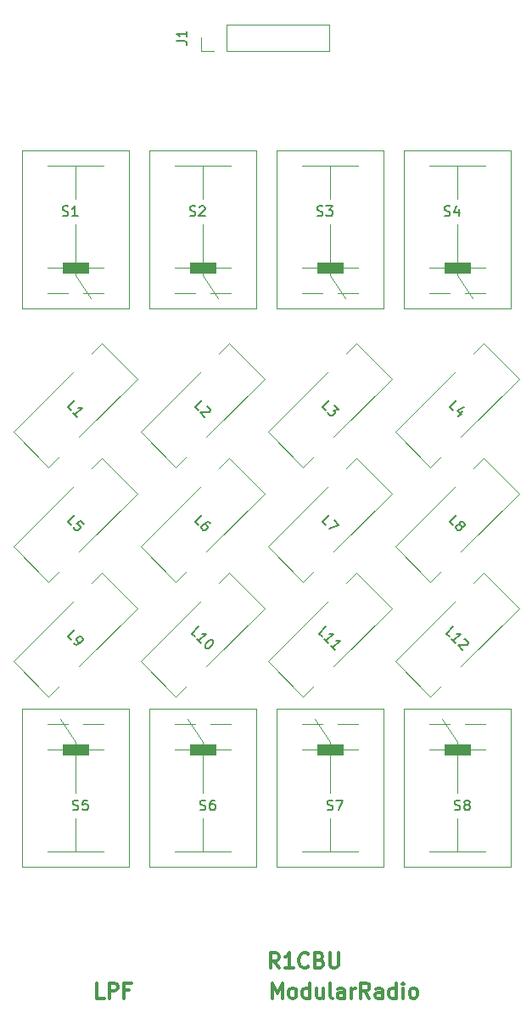
<source format=gbr>
%TF.GenerationSoftware,KiCad,Pcbnew,5.1.9-5.1.9*%
%TF.CreationDate,2021-05-17T13:06:36+03:00*%
%TF.ProjectId,lpf,6c70662e-6b69-4636-9164-5f7063625858,rev?*%
%TF.SameCoordinates,Original*%
%TF.FileFunction,Legend,Top*%
%TF.FilePolarity,Positive*%
%FSLAX46Y46*%
G04 Gerber Fmt 4.6, Leading zero omitted, Abs format (unit mm)*
G04 Created by KiCad (PCBNEW 5.1.9-5.1.9) date 2021-05-17 13:06:36*
%MOMM*%
%LPD*%
G01*
G04 APERTURE LIST*
%ADD10C,0.300000*%
%ADD11C,0.120000*%
%ADD12C,0.100000*%
%ADD13C,0.150000*%
G04 APERTURE END LIST*
D10*
X139785714Y-151678571D02*
X139785714Y-150178571D01*
X140285714Y-151250000D01*
X140785714Y-150178571D01*
X140785714Y-151678571D01*
X141714285Y-151678571D02*
X141571428Y-151607142D01*
X141500000Y-151535714D01*
X141428571Y-151392857D01*
X141428571Y-150964285D01*
X141500000Y-150821428D01*
X141571428Y-150750000D01*
X141714285Y-150678571D01*
X141928571Y-150678571D01*
X142071428Y-150750000D01*
X142142857Y-150821428D01*
X142214285Y-150964285D01*
X142214285Y-151392857D01*
X142142857Y-151535714D01*
X142071428Y-151607142D01*
X141928571Y-151678571D01*
X141714285Y-151678571D01*
X143500000Y-151678571D02*
X143500000Y-150178571D01*
X143500000Y-151607142D02*
X143357142Y-151678571D01*
X143071428Y-151678571D01*
X142928571Y-151607142D01*
X142857142Y-151535714D01*
X142785714Y-151392857D01*
X142785714Y-150964285D01*
X142857142Y-150821428D01*
X142928571Y-150750000D01*
X143071428Y-150678571D01*
X143357142Y-150678571D01*
X143500000Y-150750000D01*
X144857142Y-150678571D02*
X144857142Y-151678571D01*
X144214285Y-150678571D02*
X144214285Y-151464285D01*
X144285714Y-151607142D01*
X144428571Y-151678571D01*
X144642857Y-151678571D01*
X144785714Y-151607142D01*
X144857142Y-151535714D01*
X145785714Y-151678571D02*
X145642857Y-151607142D01*
X145571428Y-151464285D01*
X145571428Y-150178571D01*
X147000000Y-151678571D02*
X147000000Y-150892857D01*
X146928571Y-150750000D01*
X146785714Y-150678571D01*
X146500000Y-150678571D01*
X146357142Y-150750000D01*
X147000000Y-151607142D02*
X146857142Y-151678571D01*
X146500000Y-151678571D01*
X146357142Y-151607142D01*
X146285714Y-151464285D01*
X146285714Y-151321428D01*
X146357142Y-151178571D01*
X146500000Y-151107142D01*
X146857142Y-151107142D01*
X147000000Y-151035714D01*
X147714285Y-151678571D02*
X147714285Y-150678571D01*
X147714285Y-150964285D02*
X147785714Y-150821428D01*
X147857142Y-150750000D01*
X148000000Y-150678571D01*
X148142857Y-150678571D01*
X149500000Y-151678571D02*
X149000000Y-150964285D01*
X148642857Y-151678571D02*
X148642857Y-150178571D01*
X149214285Y-150178571D01*
X149357142Y-150250000D01*
X149428571Y-150321428D01*
X149500000Y-150464285D01*
X149500000Y-150678571D01*
X149428571Y-150821428D01*
X149357142Y-150892857D01*
X149214285Y-150964285D01*
X148642857Y-150964285D01*
X150785714Y-151678571D02*
X150785714Y-150892857D01*
X150714285Y-150750000D01*
X150571428Y-150678571D01*
X150285714Y-150678571D01*
X150142857Y-150750000D01*
X150785714Y-151607142D02*
X150642857Y-151678571D01*
X150285714Y-151678571D01*
X150142857Y-151607142D01*
X150071428Y-151464285D01*
X150071428Y-151321428D01*
X150142857Y-151178571D01*
X150285714Y-151107142D01*
X150642857Y-151107142D01*
X150785714Y-151035714D01*
X152142857Y-151678571D02*
X152142857Y-150178571D01*
X152142857Y-151607142D02*
X152000000Y-151678571D01*
X151714285Y-151678571D01*
X151571428Y-151607142D01*
X151500000Y-151535714D01*
X151428571Y-151392857D01*
X151428571Y-150964285D01*
X151500000Y-150821428D01*
X151571428Y-150750000D01*
X151714285Y-150678571D01*
X152000000Y-150678571D01*
X152142857Y-150750000D01*
X152857142Y-151678571D02*
X152857142Y-150678571D01*
X152857142Y-150178571D02*
X152785714Y-150250000D01*
X152857142Y-150321428D01*
X152928571Y-150250000D01*
X152857142Y-150178571D01*
X152857142Y-150321428D01*
X153785714Y-151678571D02*
X153642857Y-151607142D01*
X153571428Y-151535714D01*
X153500000Y-151392857D01*
X153500000Y-150964285D01*
X153571428Y-150821428D01*
X153642857Y-150750000D01*
X153785714Y-150678571D01*
X154000000Y-150678571D01*
X154142857Y-150750000D01*
X154214285Y-150821428D01*
X154285714Y-150964285D01*
X154285714Y-151392857D01*
X154214285Y-151535714D01*
X154142857Y-151607142D01*
X154000000Y-151678571D01*
X153785714Y-151678571D01*
X140464285Y-148678571D02*
X139964285Y-147964285D01*
X139607142Y-148678571D02*
X139607142Y-147178571D01*
X140178571Y-147178571D01*
X140321428Y-147250000D01*
X140392857Y-147321428D01*
X140464285Y-147464285D01*
X140464285Y-147678571D01*
X140392857Y-147821428D01*
X140321428Y-147892857D01*
X140178571Y-147964285D01*
X139607142Y-147964285D01*
X141892857Y-148678571D02*
X141035714Y-148678571D01*
X141464285Y-148678571D02*
X141464285Y-147178571D01*
X141321428Y-147392857D01*
X141178571Y-147535714D01*
X141035714Y-147607142D01*
X143392857Y-148535714D02*
X143321428Y-148607142D01*
X143107142Y-148678571D01*
X142964285Y-148678571D01*
X142750000Y-148607142D01*
X142607142Y-148464285D01*
X142535714Y-148321428D01*
X142464285Y-148035714D01*
X142464285Y-147821428D01*
X142535714Y-147535714D01*
X142607142Y-147392857D01*
X142750000Y-147250000D01*
X142964285Y-147178571D01*
X143107142Y-147178571D01*
X143321428Y-147250000D01*
X143392857Y-147321428D01*
X144535714Y-147892857D02*
X144750000Y-147964285D01*
X144821428Y-148035714D01*
X144892857Y-148178571D01*
X144892857Y-148392857D01*
X144821428Y-148535714D01*
X144750000Y-148607142D01*
X144607142Y-148678571D01*
X144035714Y-148678571D01*
X144035714Y-147178571D01*
X144535714Y-147178571D01*
X144678571Y-147250000D01*
X144750000Y-147321428D01*
X144821428Y-147464285D01*
X144821428Y-147607142D01*
X144750000Y-147750000D01*
X144678571Y-147821428D01*
X144535714Y-147892857D01*
X144035714Y-147892857D01*
X145535714Y-147178571D02*
X145535714Y-148392857D01*
X145607142Y-148535714D01*
X145678571Y-148607142D01*
X145821428Y-148678571D01*
X146107142Y-148678571D01*
X146250000Y-148607142D01*
X146321428Y-148535714D01*
X146392857Y-148392857D01*
X146392857Y-147178571D01*
X123023428Y-151678571D02*
X122309142Y-151678571D01*
X122309142Y-150178571D01*
X123523428Y-151678571D02*
X123523428Y-150178571D01*
X124094857Y-150178571D01*
X124237714Y-150250000D01*
X124309142Y-150321428D01*
X124380571Y-150464285D01*
X124380571Y-150678571D01*
X124309142Y-150821428D01*
X124237714Y-150892857D01*
X124094857Y-150964285D01*
X123523428Y-150964285D01*
X125523428Y-150892857D02*
X125023428Y-150892857D01*
X125023428Y-151678571D02*
X125023428Y-150178571D01*
X125737714Y-150178571D01*
D11*
%TO.C,L12*%
X160893650Y-109286816D02*
X164429184Y-112822350D01*
X164429184Y-112822350D02*
X158595553Y-118655981D01*
X155590350Y-121661184D02*
X152054816Y-118125650D01*
X152054816Y-118125650D02*
X158065223Y-112115243D01*
X160893650Y-109286816D02*
X159832990Y-110347476D01*
X155590350Y-121661184D02*
X156651010Y-120600524D01*
%TO.C,L11*%
X148193650Y-109286816D02*
X151729184Y-112822350D01*
X151729184Y-112822350D02*
X145895553Y-118655981D01*
X142890350Y-121661184D02*
X139354816Y-118125650D01*
X139354816Y-118125650D02*
X145365223Y-112115243D01*
X148193650Y-109286816D02*
X147132990Y-110347476D01*
X142890350Y-121661184D02*
X143951010Y-120600524D01*
%TO.C,L10*%
X135493650Y-109286816D02*
X139029184Y-112822350D01*
X139029184Y-112822350D02*
X133195553Y-118655981D01*
X130190350Y-121661184D02*
X126654816Y-118125650D01*
X126654816Y-118125650D02*
X132665223Y-112115243D01*
X135493650Y-109286816D02*
X134432990Y-110347476D01*
X130190350Y-121661184D02*
X131251010Y-120600524D01*
%TO.C,L9*%
X122793650Y-109286816D02*
X126329184Y-112822350D01*
X126329184Y-112822350D02*
X120495553Y-118655981D01*
X117490350Y-121661184D02*
X113954816Y-118125650D01*
X113954816Y-118125650D02*
X119965223Y-112115243D01*
X122793650Y-109286816D02*
X121732990Y-110347476D01*
X117490350Y-121661184D02*
X118551010Y-120600524D01*
%TO.C,L8*%
X160893650Y-97856816D02*
X164429184Y-101392350D01*
X164429184Y-101392350D02*
X158595553Y-107225981D01*
X155590350Y-110231184D02*
X152054816Y-106695650D01*
X152054816Y-106695650D02*
X158065223Y-100685243D01*
X160893650Y-97856816D02*
X159832990Y-98917476D01*
X155590350Y-110231184D02*
X156651010Y-109170524D01*
%TO.C,L7*%
X148193650Y-97856816D02*
X151729184Y-101392350D01*
X151729184Y-101392350D02*
X145895553Y-107225981D01*
X142890350Y-110231184D02*
X139354816Y-106695650D01*
X139354816Y-106695650D02*
X145365223Y-100685243D01*
X148193650Y-97856816D02*
X147132990Y-98917476D01*
X142890350Y-110231184D02*
X143951010Y-109170524D01*
%TO.C,L6*%
X135493650Y-97856816D02*
X139029184Y-101392350D01*
X139029184Y-101392350D02*
X133195553Y-107225981D01*
X130190350Y-110231184D02*
X126654816Y-106695650D01*
X126654816Y-106695650D02*
X132665223Y-100685243D01*
X135493650Y-97856816D02*
X134432990Y-98917476D01*
X130190350Y-110231184D02*
X131251010Y-109170524D01*
%TO.C,L5*%
X122793650Y-97856816D02*
X126329184Y-101392350D01*
X126329184Y-101392350D02*
X120495553Y-107225981D01*
X117490350Y-110231184D02*
X113954816Y-106695650D01*
X113954816Y-106695650D02*
X119965223Y-100685243D01*
X122793650Y-97856816D02*
X121732990Y-98917476D01*
X117490350Y-110231184D02*
X118551010Y-109170524D01*
%TO.C,L4*%
X160893650Y-86426816D02*
X164429184Y-89962350D01*
X164429184Y-89962350D02*
X158595553Y-95795981D01*
X155590350Y-98801184D02*
X152054816Y-95265650D01*
X152054816Y-95265650D02*
X158065223Y-89255243D01*
X160893650Y-86426816D02*
X159832990Y-87487476D01*
X155590350Y-98801184D02*
X156651010Y-97740524D01*
%TO.C,L3*%
X148193650Y-86426816D02*
X151729184Y-89962350D01*
X151729184Y-89962350D02*
X145895553Y-95795981D01*
X142890350Y-98801184D02*
X139354816Y-95265650D01*
X139354816Y-95265650D02*
X145365223Y-89255243D01*
X148193650Y-86426816D02*
X147132990Y-87487476D01*
X142890350Y-98801184D02*
X143951010Y-97740524D01*
%TO.C,L2*%
X135493650Y-86426816D02*
X139029184Y-89962350D01*
X139029184Y-89962350D02*
X133195553Y-95795981D01*
X130190350Y-98801184D02*
X126654816Y-95265650D01*
X126654816Y-95265650D02*
X132665223Y-89255243D01*
X135493650Y-86426816D02*
X134432990Y-87487476D01*
X130190350Y-98801184D02*
X131251010Y-97740524D01*
%TO.C,L1*%
X122793650Y-86426816D02*
X126329184Y-89962350D01*
X126329184Y-89962350D02*
X120495553Y-95795981D01*
X117490350Y-98801184D02*
X113954816Y-95265650D01*
X113954816Y-95265650D02*
X119965223Y-89255243D01*
X122793650Y-86426816D02*
X121732990Y-87487476D01*
X117490350Y-98801184D02*
X118551010Y-97740524D01*
%TO.C,S8*%
X163576000Y-122856000D02*
X163576000Y-138604000D01*
X163576000Y-138604000D02*
X152908000Y-138604000D01*
X152908000Y-138604000D02*
X152908000Y-122856000D01*
X152908000Y-122856000D02*
X163576000Y-122856000D01*
X161036000Y-137080000D02*
X155448000Y-137080000D01*
X161036000Y-124380000D02*
X159004000Y-124380000D01*
X155448000Y-124380000D02*
X157480000Y-124380000D01*
X158242000Y-137080000D02*
X158242000Y-133778000D01*
X158242000Y-131238000D02*
X158242000Y-126158000D01*
X158242000Y-126158000D02*
X156718000Y-123872000D01*
D12*
G36*
X156972000Y-127428000D02*
G01*
X156972000Y-126412000D01*
X159512000Y-126412000D01*
X159512000Y-127428000D01*
X156972000Y-127428000D01*
G37*
X156972000Y-127428000D02*
X156972000Y-126412000D01*
X159512000Y-126412000D01*
X159512000Y-127428000D01*
X156972000Y-127428000D01*
D11*
X159512000Y-126920000D02*
X161036000Y-126920000D01*
X156972000Y-126920000D02*
X155448000Y-126920000D01*
%TO.C,S7*%
X150876000Y-122856000D02*
X150876000Y-138604000D01*
X150876000Y-138604000D02*
X140208000Y-138604000D01*
X140208000Y-138604000D02*
X140208000Y-122856000D01*
X140208000Y-122856000D02*
X150876000Y-122856000D01*
X148336000Y-137080000D02*
X142748000Y-137080000D01*
X148336000Y-124380000D02*
X146304000Y-124380000D01*
X142748000Y-124380000D02*
X144780000Y-124380000D01*
X145542000Y-137080000D02*
X145542000Y-133778000D01*
X145542000Y-131238000D02*
X145542000Y-126158000D01*
X145542000Y-126158000D02*
X144018000Y-123872000D01*
D12*
G36*
X144272000Y-127428000D02*
G01*
X144272000Y-126412000D01*
X146812000Y-126412000D01*
X146812000Y-127428000D01*
X144272000Y-127428000D01*
G37*
X144272000Y-127428000D02*
X144272000Y-126412000D01*
X146812000Y-126412000D01*
X146812000Y-127428000D01*
X144272000Y-127428000D01*
D11*
X146812000Y-126920000D02*
X148336000Y-126920000D01*
X144272000Y-126920000D02*
X142748000Y-126920000D01*
%TO.C,S6*%
X138176000Y-122856000D02*
X138176000Y-138604000D01*
X138176000Y-138604000D02*
X127508000Y-138604000D01*
X127508000Y-138604000D02*
X127508000Y-122856000D01*
X127508000Y-122856000D02*
X138176000Y-122856000D01*
X135636000Y-137080000D02*
X130048000Y-137080000D01*
X135636000Y-124380000D02*
X133604000Y-124380000D01*
X130048000Y-124380000D02*
X132080000Y-124380000D01*
X132842000Y-137080000D02*
X132842000Y-133778000D01*
X132842000Y-131238000D02*
X132842000Y-126158000D01*
X132842000Y-126158000D02*
X131318000Y-123872000D01*
D12*
G36*
X131572000Y-127428000D02*
G01*
X131572000Y-126412000D01*
X134112000Y-126412000D01*
X134112000Y-127428000D01*
X131572000Y-127428000D01*
G37*
X131572000Y-127428000D02*
X131572000Y-126412000D01*
X134112000Y-126412000D01*
X134112000Y-127428000D01*
X131572000Y-127428000D01*
D11*
X134112000Y-126920000D02*
X135636000Y-126920000D01*
X131572000Y-126920000D02*
X130048000Y-126920000D01*
%TO.C,S5*%
X125476000Y-122856000D02*
X125476000Y-138604000D01*
X125476000Y-138604000D02*
X114808000Y-138604000D01*
X114808000Y-138604000D02*
X114808000Y-122856000D01*
X114808000Y-122856000D02*
X125476000Y-122856000D01*
X122936000Y-137080000D02*
X117348000Y-137080000D01*
X122936000Y-124380000D02*
X120904000Y-124380000D01*
X117348000Y-124380000D02*
X119380000Y-124380000D01*
X120142000Y-137080000D02*
X120142000Y-133778000D01*
X120142000Y-131238000D02*
X120142000Y-126158000D01*
X120142000Y-126158000D02*
X118618000Y-123872000D01*
D12*
G36*
X118872000Y-127428000D02*
G01*
X118872000Y-126412000D01*
X121412000Y-126412000D01*
X121412000Y-127428000D01*
X118872000Y-127428000D01*
G37*
X118872000Y-127428000D02*
X118872000Y-126412000D01*
X121412000Y-126412000D01*
X121412000Y-127428000D01*
X118872000Y-127428000D01*
D11*
X121412000Y-126920000D02*
X122936000Y-126920000D01*
X118872000Y-126920000D02*
X117348000Y-126920000D01*
%TO.C,S4*%
X152908000Y-82962000D02*
X152908000Y-67214000D01*
X152908000Y-67214000D02*
X163576000Y-67214000D01*
X163576000Y-67214000D02*
X163576000Y-82962000D01*
X163576000Y-82962000D02*
X152908000Y-82962000D01*
X155448000Y-68738000D02*
X161036000Y-68738000D01*
X155448000Y-81438000D02*
X157480000Y-81438000D01*
X161036000Y-81438000D02*
X159004000Y-81438000D01*
X158242000Y-68738000D02*
X158242000Y-72040000D01*
X158242000Y-74580000D02*
X158242000Y-79660000D01*
X158242000Y-79660000D02*
X159766000Y-81946000D01*
D12*
G36*
X159512000Y-78390000D02*
G01*
X159512000Y-79406000D01*
X156972000Y-79406000D01*
X156972000Y-78390000D01*
X159512000Y-78390000D01*
G37*
X159512000Y-78390000D02*
X159512000Y-79406000D01*
X156972000Y-79406000D01*
X156972000Y-78390000D01*
X159512000Y-78390000D01*
D11*
X156972000Y-78898000D02*
X155448000Y-78898000D01*
X159512000Y-78898000D02*
X161036000Y-78898000D01*
%TO.C,S3*%
X140208000Y-82962000D02*
X140208000Y-67214000D01*
X140208000Y-67214000D02*
X150876000Y-67214000D01*
X150876000Y-67214000D02*
X150876000Y-82962000D01*
X150876000Y-82962000D02*
X140208000Y-82962000D01*
X142748000Y-68738000D02*
X148336000Y-68738000D01*
X142748000Y-81438000D02*
X144780000Y-81438000D01*
X148336000Y-81438000D02*
X146304000Y-81438000D01*
X145542000Y-68738000D02*
X145542000Y-72040000D01*
X145542000Y-74580000D02*
X145542000Y-79660000D01*
X145542000Y-79660000D02*
X147066000Y-81946000D01*
D12*
G36*
X146812000Y-78390000D02*
G01*
X146812000Y-79406000D01*
X144272000Y-79406000D01*
X144272000Y-78390000D01*
X146812000Y-78390000D01*
G37*
X146812000Y-78390000D02*
X146812000Y-79406000D01*
X144272000Y-79406000D01*
X144272000Y-78390000D01*
X146812000Y-78390000D01*
D11*
X144272000Y-78898000D02*
X142748000Y-78898000D01*
X146812000Y-78898000D02*
X148336000Y-78898000D01*
%TO.C,S2*%
X127508000Y-82962000D02*
X127508000Y-67214000D01*
X127508000Y-67214000D02*
X138176000Y-67214000D01*
X138176000Y-67214000D02*
X138176000Y-82962000D01*
X138176000Y-82962000D02*
X127508000Y-82962000D01*
X130048000Y-68738000D02*
X135636000Y-68738000D01*
X130048000Y-81438000D02*
X132080000Y-81438000D01*
X135636000Y-81438000D02*
X133604000Y-81438000D01*
X132842000Y-68738000D02*
X132842000Y-72040000D01*
X132842000Y-74580000D02*
X132842000Y-79660000D01*
X132842000Y-79660000D02*
X134366000Y-81946000D01*
D12*
G36*
X134112000Y-78390000D02*
G01*
X134112000Y-79406000D01*
X131572000Y-79406000D01*
X131572000Y-78390000D01*
X134112000Y-78390000D01*
G37*
X134112000Y-78390000D02*
X134112000Y-79406000D01*
X131572000Y-79406000D01*
X131572000Y-78390000D01*
X134112000Y-78390000D01*
D11*
X131572000Y-78898000D02*
X130048000Y-78898000D01*
X134112000Y-78898000D02*
X135636000Y-78898000D01*
%TO.C,S1*%
X114808000Y-82962000D02*
X114808000Y-67214000D01*
X114808000Y-67214000D02*
X125476000Y-67214000D01*
X125476000Y-67214000D02*
X125476000Y-82962000D01*
X125476000Y-82962000D02*
X114808000Y-82962000D01*
X117348000Y-68738000D02*
X122936000Y-68738000D01*
X117348000Y-81438000D02*
X119380000Y-81438000D01*
X122936000Y-81438000D02*
X120904000Y-81438000D01*
X120142000Y-68738000D02*
X120142000Y-72040000D01*
X120142000Y-74580000D02*
X120142000Y-79660000D01*
X120142000Y-79660000D02*
X121666000Y-81946000D01*
D12*
G36*
X121412000Y-78390000D02*
G01*
X121412000Y-79406000D01*
X118872000Y-79406000D01*
X118872000Y-78390000D01*
X121412000Y-78390000D01*
G37*
X121412000Y-78390000D02*
X121412000Y-79406000D01*
X118872000Y-79406000D01*
X118872000Y-78390000D01*
X121412000Y-78390000D01*
D11*
X118872000Y-78898000D02*
X117348000Y-78898000D01*
X121412000Y-78898000D02*
X122936000Y-78898000D01*
%TO.C,J1*%
X145490000Y-57330000D02*
X145490000Y-54670000D01*
X135270000Y-57330000D02*
X145490000Y-57330000D01*
X135270000Y-54670000D02*
X145490000Y-54670000D01*
X135270000Y-57330000D02*
X135270000Y-54670000D01*
X134000000Y-57330000D02*
X132670000Y-57330000D01*
X132670000Y-57330000D02*
X132670000Y-56000000D01*
%TO.C,L12*%
D13*
X157467549Y-115692865D02*
X157130832Y-115356148D01*
X157837938Y-114649041D01*
X158073641Y-116298957D02*
X157669580Y-115894896D01*
X157871610Y-116096927D02*
X158578717Y-115389820D01*
X158410358Y-115423491D01*
X158275671Y-115423491D01*
X158174656Y-115389820D01*
X158982778Y-115928568D02*
X159050122Y-115928568D01*
X159151137Y-115962240D01*
X159319496Y-116130598D01*
X159353167Y-116231614D01*
X159353167Y-116298957D01*
X159319496Y-116399972D01*
X159252152Y-116467316D01*
X159117465Y-116534659D01*
X158309343Y-116534659D01*
X158747076Y-116972392D01*
%TO.C,L11*%
X144767549Y-115692865D02*
X144430832Y-115356148D01*
X145137938Y-114649041D01*
X145373641Y-116298957D02*
X144969580Y-115894896D01*
X145171610Y-116096927D02*
X145878717Y-115389820D01*
X145710358Y-115423491D01*
X145575671Y-115423491D01*
X145474656Y-115389820D01*
X146047076Y-116972392D02*
X145643015Y-116568331D01*
X145845045Y-116770362D02*
X146552152Y-116063255D01*
X146383793Y-116096927D01*
X146249106Y-116096927D01*
X146148091Y-116063255D01*
%TO.C,L10*%
X132067549Y-115692865D02*
X131730832Y-115356148D01*
X132437938Y-114649041D01*
X132673641Y-116298957D02*
X132269580Y-115894896D01*
X132471610Y-116096927D02*
X133178717Y-115389820D01*
X133010358Y-115423491D01*
X132875671Y-115423491D01*
X132774656Y-115389820D01*
X133818480Y-116029583D02*
X133885824Y-116096927D01*
X133919496Y-116197942D01*
X133919496Y-116265285D01*
X133885824Y-116366301D01*
X133784809Y-116534659D01*
X133616450Y-116703018D01*
X133448091Y-116804033D01*
X133347076Y-116837705D01*
X133279732Y-116837705D01*
X133178717Y-116804033D01*
X133111374Y-116736690D01*
X133077702Y-116635675D01*
X133077702Y-116568331D01*
X133111374Y-116467316D01*
X133212389Y-116298957D01*
X133380748Y-116130598D01*
X133549106Y-116029583D01*
X133650122Y-115995911D01*
X133717465Y-115995911D01*
X133818480Y-116029583D01*
%TO.C,L9*%
X119704267Y-116029583D02*
X119367549Y-115692865D01*
X120074656Y-114985759D01*
X119973641Y-116298957D02*
X120108328Y-116433644D01*
X120209343Y-116467316D01*
X120276687Y-116467316D01*
X120445045Y-116433644D01*
X120613404Y-116332629D01*
X120882778Y-116063255D01*
X120916450Y-115962240D01*
X120916450Y-115894896D01*
X120882778Y-115793881D01*
X120748091Y-115659194D01*
X120647076Y-115625522D01*
X120579732Y-115625522D01*
X120478717Y-115659194D01*
X120310358Y-115827553D01*
X120276687Y-115928568D01*
X120276687Y-115995911D01*
X120310358Y-116096927D01*
X120445045Y-116231614D01*
X120546061Y-116265285D01*
X120613404Y-116265285D01*
X120714419Y-116231614D01*
%TO.C,L8*%
X157804267Y-104599583D02*
X157467549Y-104262865D01*
X158174656Y-103555759D01*
X158545045Y-104532240D02*
X158511374Y-104431224D01*
X158511374Y-104363881D01*
X158545045Y-104262865D01*
X158578717Y-104229194D01*
X158679732Y-104195522D01*
X158747076Y-104195522D01*
X158848091Y-104229194D01*
X158982778Y-104363881D01*
X159016450Y-104464896D01*
X159016450Y-104532240D01*
X158982778Y-104633255D01*
X158949106Y-104666927D01*
X158848091Y-104700598D01*
X158780748Y-104700598D01*
X158679732Y-104666927D01*
X158545045Y-104532240D01*
X158444030Y-104498568D01*
X158376687Y-104498568D01*
X158275671Y-104532240D01*
X158140984Y-104666927D01*
X158107312Y-104767942D01*
X158107312Y-104835285D01*
X158140984Y-104936301D01*
X158275671Y-105070988D01*
X158376687Y-105104659D01*
X158444030Y-105104659D01*
X158545045Y-105070988D01*
X158679732Y-104936301D01*
X158713404Y-104835285D01*
X158713404Y-104767942D01*
X158679732Y-104666927D01*
%TO.C,L7*%
X145104267Y-104599583D02*
X144767549Y-104262865D01*
X145474656Y-103555759D01*
X145979732Y-104060835D02*
X146451137Y-104532240D01*
X145440984Y-104936301D01*
%TO.C,L6*%
X132404267Y-104599583D02*
X132067549Y-104262865D01*
X132774656Y-103555759D01*
X133650122Y-104431224D02*
X133515435Y-104296537D01*
X133414419Y-104262865D01*
X133347076Y-104262865D01*
X133178717Y-104296537D01*
X133010358Y-104397553D01*
X132740984Y-104666927D01*
X132707312Y-104767942D01*
X132707312Y-104835285D01*
X132740984Y-104936301D01*
X132875671Y-105070988D01*
X132976687Y-105104659D01*
X133044030Y-105104659D01*
X133145045Y-105070988D01*
X133313404Y-104902629D01*
X133347076Y-104801614D01*
X133347076Y-104734270D01*
X133313404Y-104633255D01*
X133178717Y-104498568D01*
X133077702Y-104464896D01*
X133010358Y-104464896D01*
X132909343Y-104498568D01*
%TO.C,L5*%
X119704267Y-104599583D02*
X119367549Y-104262865D01*
X120074656Y-103555759D01*
X120983793Y-104464896D02*
X120647076Y-104128178D01*
X120276687Y-104431224D01*
X120344030Y-104431224D01*
X120445045Y-104464896D01*
X120613404Y-104633255D01*
X120647076Y-104734270D01*
X120647076Y-104801614D01*
X120613404Y-104902629D01*
X120445045Y-105070988D01*
X120344030Y-105104659D01*
X120276687Y-105104659D01*
X120175671Y-105070988D01*
X120007312Y-104902629D01*
X119973641Y-104801614D01*
X119973641Y-104734270D01*
%TO.C,L4*%
X157804267Y-93169583D02*
X157467549Y-92832865D01*
X158174656Y-92125759D01*
X158814419Y-93236927D02*
X158343015Y-93708331D01*
X158915435Y-92799194D02*
X158242000Y-93135911D01*
X158679732Y-93573644D01*
%TO.C,L3*%
X145104267Y-93169583D02*
X144767549Y-92832865D01*
X145474656Y-92125759D01*
X145979732Y-92630835D02*
X146417465Y-93068568D01*
X145912389Y-93102240D01*
X146013404Y-93203255D01*
X146047076Y-93304270D01*
X146047076Y-93371614D01*
X146013404Y-93472629D01*
X145845045Y-93640988D01*
X145744030Y-93674659D01*
X145676687Y-93674659D01*
X145575671Y-93640988D01*
X145373641Y-93438957D01*
X145339969Y-93337942D01*
X145339969Y-93270598D01*
%TO.C,L2*%
X132404267Y-93169583D02*
X132067549Y-92832865D01*
X132774656Y-92125759D01*
X133246061Y-92731850D02*
X133313404Y-92731850D01*
X133414419Y-92765522D01*
X133582778Y-92933881D01*
X133616450Y-93034896D01*
X133616450Y-93102240D01*
X133582778Y-93203255D01*
X133515435Y-93270598D01*
X133380748Y-93337942D01*
X132572625Y-93337942D01*
X133010358Y-93775675D01*
%TO.C,L1*%
X119704267Y-93169583D02*
X119367549Y-92832865D01*
X120074656Y-92125759D01*
X120310358Y-93775675D02*
X119906297Y-93371614D01*
X120108328Y-93573644D02*
X120815435Y-92866537D01*
X120647076Y-92900209D01*
X120512389Y-92900209D01*
X120411374Y-92866537D01*
%TO.C,S8*%
X157988095Y-132912761D02*
X158130952Y-132960380D01*
X158369047Y-132960380D01*
X158464285Y-132912761D01*
X158511904Y-132865142D01*
X158559523Y-132769904D01*
X158559523Y-132674666D01*
X158511904Y-132579428D01*
X158464285Y-132531809D01*
X158369047Y-132484190D01*
X158178571Y-132436571D01*
X158083333Y-132388952D01*
X158035714Y-132341333D01*
X157988095Y-132246095D01*
X157988095Y-132150857D01*
X158035714Y-132055619D01*
X158083333Y-132008000D01*
X158178571Y-131960380D01*
X158416666Y-131960380D01*
X158559523Y-132008000D01*
X159130952Y-132388952D02*
X159035714Y-132341333D01*
X158988095Y-132293714D01*
X158940476Y-132198476D01*
X158940476Y-132150857D01*
X158988095Y-132055619D01*
X159035714Y-132008000D01*
X159130952Y-131960380D01*
X159321428Y-131960380D01*
X159416666Y-132008000D01*
X159464285Y-132055619D01*
X159511904Y-132150857D01*
X159511904Y-132198476D01*
X159464285Y-132293714D01*
X159416666Y-132341333D01*
X159321428Y-132388952D01*
X159130952Y-132388952D01*
X159035714Y-132436571D01*
X158988095Y-132484190D01*
X158940476Y-132579428D01*
X158940476Y-132769904D01*
X158988095Y-132865142D01*
X159035714Y-132912761D01*
X159130952Y-132960380D01*
X159321428Y-132960380D01*
X159416666Y-132912761D01*
X159464285Y-132865142D01*
X159511904Y-132769904D01*
X159511904Y-132579428D01*
X159464285Y-132484190D01*
X159416666Y-132436571D01*
X159321428Y-132388952D01*
%TO.C,S7*%
X145288095Y-132912761D02*
X145430952Y-132960380D01*
X145669047Y-132960380D01*
X145764285Y-132912761D01*
X145811904Y-132865142D01*
X145859523Y-132769904D01*
X145859523Y-132674666D01*
X145811904Y-132579428D01*
X145764285Y-132531809D01*
X145669047Y-132484190D01*
X145478571Y-132436571D01*
X145383333Y-132388952D01*
X145335714Y-132341333D01*
X145288095Y-132246095D01*
X145288095Y-132150857D01*
X145335714Y-132055619D01*
X145383333Y-132008000D01*
X145478571Y-131960380D01*
X145716666Y-131960380D01*
X145859523Y-132008000D01*
X146192857Y-131960380D02*
X146859523Y-131960380D01*
X146430952Y-132960380D01*
%TO.C,S6*%
X132588095Y-132912761D02*
X132730952Y-132960380D01*
X132969047Y-132960380D01*
X133064285Y-132912761D01*
X133111904Y-132865142D01*
X133159523Y-132769904D01*
X133159523Y-132674666D01*
X133111904Y-132579428D01*
X133064285Y-132531809D01*
X132969047Y-132484190D01*
X132778571Y-132436571D01*
X132683333Y-132388952D01*
X132635714Y-132341333D01*
X132588095Y-132246095D01*
X132588095Y-132150857D01*
X132635714Y-132055619D01*
X132683333Y-132008000D01*
X132778571Y-131960380D01*
X133016666Y-131960380D01*
X133159523Y-132008000D01*
X134016666Y-131960380D02*
X133826190Y-131960380D01*
X133730952Y-132008000D01*
X133683333Y-132055619D01*
X133588095Y-132198476D01*
X133540476Y-132388952D01*
X133540476Y-132769904D01*
X133588095Y-132865142D01*
X133635714Y-132912761D01*
X133730952Y-132960380D01*
X133921428Y-132960380D01*
X134016666Y-132912761D01*
X134064285Y-132865142D01*
X134111904Y-132769904D01*
X134111904Y-132531809D01*
X134064285Y-132436571D01*
X134016666Y-132388952D01*
X133921428Y-132341333D01*
X133730952Y-132341333D01*
X133635714Y-132388952D01*
X133588095Y-132436571D01*
X133540476Y-132531809D01*
%TO.C,S5*%
X119888095Y-132912761D02*
X120030952Y-132960380D01*
X120269047Y-132960380D01*
X120364285Y-132912761D01*
X120411904Y-132865142D01*
X120459523Y-132769904D01*
X120459523Y-132674666D01*
X120411904Y-132579428D01*
X120364285Y-132531809D01*
X120269047Y-132484190D01*
X120078571Y-132436571D01*
X119983333Y-132388952D01*
X119935714Y-132341333D01*
X119888095Y-132246095D01*
X119888095Y-132150857D01*
X119935714Y-132055619D01*
X119983333Y-132008000D01*
X120078571Y-131960380D01*
X120316666Y-131960380D01*
X120459523Y-132008000D01*
X121364285Y-131960380D02*
X120888095Y-131960380D01*
X120840476Y-132436571D01*
X120888095Y-132388952D01*
X120983333Y-132341333D01*
X121221428Y-132341333D01*
X121316666Y-132388952D01*
X121364285Y-132436571D01*
X121411904Y-132531809D01*
X121411904Y-132769904D01*
X121364285Y-132865142D01*
X121316666Y-132912761D01*
X121221428Y-132960380D01*
X120983333Y-132960380D01*
X120888095Y-132912761D01*
X120840476Y-132865142D01*
%TO.C,S4*%
X156972095Y-73714761D02*
X157114952Y-73762380D01*
X157353047Y-73762380D01*
X157448285Y-73714761D01*
X157495904Y-73667142D01*
X157543523Y-73571904D01*
X157543523Y-73476666D01*
X157495904Y-73381428D01*
X157448285Y-73333809D01*
X157353047Y-73286190D01*
X157162571Y-73238571D01*
X157067333Y-73190952D01*
X157019714Y-73143333D01*
X156972095Y-73048095D01*
X156972095Y-72952857D01*
X157019714Y-72857619D01*
X157067333Y-72810000D01*
X157162571Y-72762380D01*
X157400666Y-72762380D01*
X157543523Y-72810000D01*
X158400666Y-73095714D02*
X158400666Y-73762380D01*
X158162571Y-72714761D02*
X157924476Y-73429047D01*
X158543523Y-73429047D01*
%TO.C,S3*%
X144272095Y-73714761D02*
X144414952Y-73762380D01*
X144653047Y-73762380D01*
X144748285Y-73714761D01*
X144795904Y-73667142D01*
X144843523Y-73571904D01*
X144843523Y-73476666D01*
X144795904Y-73381428D01*
X144748285Y-73333809D01*
X144653047Y-73286190D01*
X144462571Y-73238571D01*
X144367333Y-73190952D01*
X144319714Y-73143333D01*
X144272095Y-73048095D01*
X144272095Y-72952857D01*
X144319714Y-72857619D01*
X144367333Y-72810000D01*
X144462571Y-72762380D01*
X144700666Y-72762380D01*
X144843523Y-72810000D01*
X145176857Y-72762380D02*
X145795904Y-72762380D01*
X145462571Y-73143333D01*
X145605428Y-73143333D01*
X145700666Y-73190952D01*
X145748285Y-73238571D01*
X145795904Y-73333809D01*
X145795904Y-73571904D01*
X145748285Y-73667142D01*
X145700666Y-73714761D01*
X145605428Y-73762380D01*
X145319714Y-73762380D01*
X145224476Y-73714761D01*
X145176857Y-73667142D01*
%TO.C,S2*%
X131572095Y-73714761D02*
X131714952Y-73762380D01*
X131953047Y-73762380D01*
X132048285Y-73714761D01*
X132095904Y-73667142D01*
X132143523Y-73571904D01*
X132143523Y-73476666D01*
X132095904Y-73381428D01*
X132048285Y-73333809D01*
X131953047Y-73286190D01*
X131762571Y-73238571D01*
X131667333Y-73190952D01*
X131619714Y-73143333D01*
X131572095Y-73048095D01*
X131572095Y-72952857D01*
X131619714Y-72857619D01*
X131667333Y-72810000D01*
X131762571Y-72762380D01*
X132000666Y-72762380D01*
X132143523Y-72810000D01*
X132524476Y-72857619D02*
X132572095Y-72810000D01*
X132667333Y-72762380D01*
X132905428Y-72762380D01*
X133000666Y-72810000D01*
X133048285Y-72857619D01*
X133095904Y-72952857D01*
X133095904Y-73048095D01*
X133048285Y-73190952D01*
X132476857Y-73762380D01*
X133095904Y-73762380D01*
%TO.C,S1*%
X118872095Y-73714761D02*
X119014952Y-73762380D01*
X119253047Y-73762380D01*
X119348285Y-73714761D01*
X119395904Y-73667142D01*
X119443523Y-73571904D01*
X119443523Y-73476666D01*
X119395904Y-73381428D01*
X119348285Y-73333809D01*
X119253047Y-73286190D01*
X119062571Y-73238571D01*
X118967333Y-73190952D01*
X118919714Y-73143333D01*
X118872095Y-73048095D01*
X118872095Y-72952857D01*
X118919714Y-72857619D01*
X118967333Y-72810000D01*
X119062571Y-72762380D01*
X119300666Y-72762380D01*
X119443523Y-72810000D01*
X120395904Y-73762380D02*
X119824476Y-73762380D01*
X120110190Y-73762380D02*
X120110190Y-72762380D01*
X120014952Y-72905238D01*
X119919714Y-73000476D01*
X119824476Y-73048095D01*
%TO.C,J1*%
X130277380Y-56333333D02*
X130991666Y-56333333D01*
X131134523Y-56380952D01*
X131229761Y-56476190D01*
X131277380Y-56619047D01*
X131277380Y-56714285D01*
X131277380Y-55333333D02*
X131277380Y-55904761D01*
X131277380Y-55619047D02*
X130277380Y-55619047D01*
X130420238Y-55714285D01*
X130515476Y-55809523D01*
X130563095Y-55904761D01*
%TD*%
M02*

</source>
